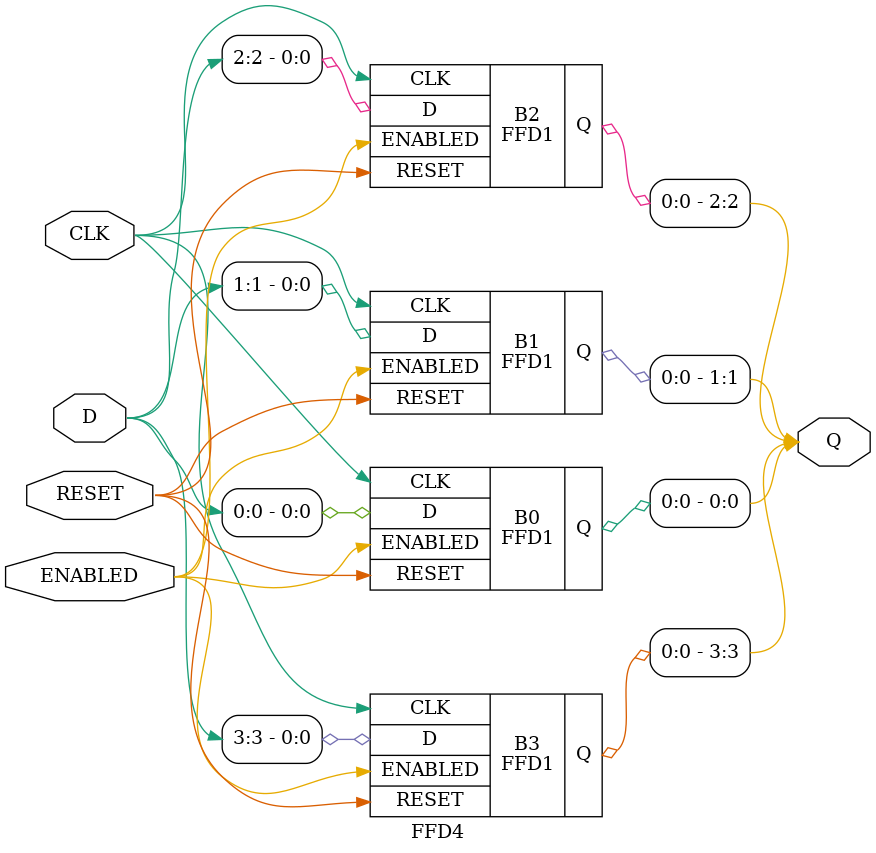
<source format=v>
module FFD1(input wire CLK, D, ENABLED, RESET, output reg Q); 

	always @ (posedge CLK, posedge RESET) begin 
		
		if (RESET)
			Q <= 1'b0; 
		else if (ENABLED) 
			Q <= D; 
	end
endmodule 

module FFD2(input wire CLK, ENABLED, RESET, input wire [1:0] D, output wire [1:0] Q); 

	FFD1 M0(CLK, D[0], ENABLED, RESET, Q[0]); 
	FFD1 M1(CLK, D[0], ENABLED, RESET, Q[0]); 

endmodule 


module FFD4(input wire CLK, ENABLED, RESET, input wire [3:0] D, output wire [3:0] Q); 

	FFD1 B0(CLK, D[0], ENABLED, RESET, Q[0]); 
	FFD1 B1(CLK, D[1], ENABLED, RESET, Q[1]); 
	FFD1 B2(CLK, D[2], ENABLED, RESET, Q[2]); 
	FFD1 B3(CLK, D[3], ENABLED, RESET, Q[3]); 

endmodule 		

</source>
